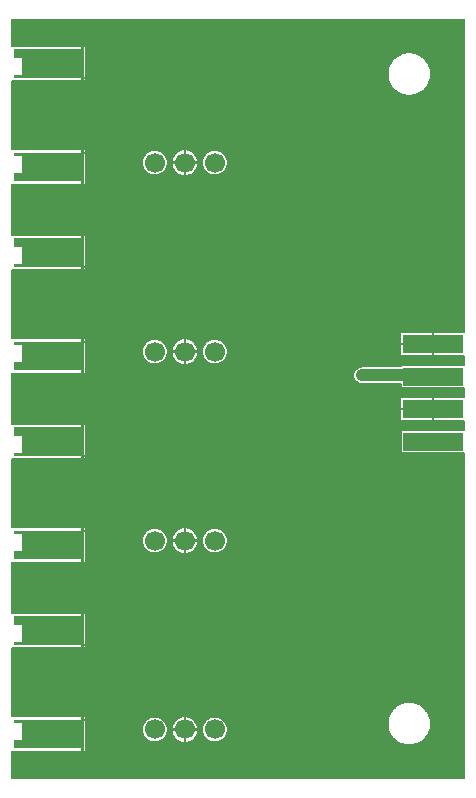
<source format=gbl>
%FSLAX46Y46*%
%MOMM*%
%ADD10C,1.000000*%
%AMPS14*
21,1,1.500000,5.000000,0.000000,0.000000,270.000000*
%
%ADD14PS14*%
%AMPS13*
1,1,1.700000,0.000000,0.000000*
%
%ADD13PS13*%
%AMPS15*
1,1,0.700000,0.000000,0.000000*
%
%ADD15PS15*%
%AMPS11*
4,1,8,
-5.842000,0.000000,
-5.842000,0.254000,
-5.130800,0.254000,
-5.130800,1.714500,
-5.842000,1.714500,
-5.842000,2.413000,
0.000000,2.413000,
0.000000,0.000000,
-5.842000,0.000000,
0*
%
%ADD11PS11*%
%AMPS12*
4,1,8,
-5.842000,0.000000,
-5.842000,-0.254000,
-5.130800,-0.254000,
-5.130800,-1.714500,
-5.842000,-1.714500,
-5.842000,-2.413000,
0.000000,-2.413000,
0.000000,0.000000,
-5.842000,0.000000,
0*
%
%ADD12PS12*%
G01*
%LPD*%
G36*
X38590000Y-64690000D02*
X38629004Y-64682080D01*
X38661829Y-64659575D01*
X38683277Y-64626048D01*
X38690000Y-64590000D01*
X38690000Y-37111471D01*
X38682080Y-37072467D01*
X38659575Y-37039642D01*
X38626048Y-37018194D01*
X38586812Y-37011522D01*
X38553281Y-37018456D01*
X38538249Y-37024390D01*
X38493723Y-37030000D01*
X33507952Y-37030000D01*
X33450315Y-37020772D01*
X33417021Y-37004982D01*
X33387373Y-36980336D01*
X33364765Y-36949109D01*
X33350610Y-36913252D01*
X33345000Y-36868723D01*
X33345000Y-35382952D01*
X33354228Y-35325315D01*
X33370018Y-35292021D01*
X33394664Y-35262373D01*
X33425891Y-35239765D01*
X33461748Y-35225610D01*
X33506277Y-35220000D01*
X38492048Y-35220000D01*
X38556274Y-35230283D01*
X38585782Y-35237583D01*
X38625084Y-35231315D01*
X38658830Y-35210215D01*
X38681673Y-35177623D01*
X38690000Y-35137672D01*
X38690000Y-34425000D01*
X38682080Y-34385996D01*
X38659575Y-34353171D01*
X38626048Y-34331723D01*
X38590000Y-34325000D01*
X36105000Y-34325000D01*
X36105000Y-32425000D01*
X38590000Y-32425000D01*
X38629004Y-32417080D01*
X38661829Y-32394575D01*
X38683277Y-32361048D01*
X38690000Y-32325000D01*
X38690000Y-31611471D01*
X38682080Y-31572467D01*
X38659575Y-31539642D01*
X38626048Y-31518194D01*
X38586812Y-31511522D01*
X38553281Y-31518456D01*
X38538249Y-31524390D01*
X38493723Y-31530000D01*
X33507952Y-31530000D01*
X33450315Y-31520772D01*
X33417021Y-31504982D01*
X33387373Y-31480336D01*
X33364765Y-31449109D01*
X33350610Y-31413252D01*
X33345000Y-31368723D01*
X33345000Y-31255000D01*
X33337080Y-31215996D01*
X33314575Y-31183171D01*
X33281048Y-31161723D01*
X33245000Y-31155000D01*
X30002464Y-31155000D01*
X29982345Y-31154012D01*
X29892158Y-31145128D01*
X29852755Y-31137291D01*
X29768367Y-31111692D01*
X29731253Y-31096318D01*
X29653484Y-31054750D01*
X29620083Y-31032433D01*
X29551918Y-30976491D01*
X29523508Y-30948081D01*
X29467566Y-30879916D01*
X29445249Y-30846515D01*
X29403681Y-30768746D01*
X29388307Y-30731632D01*
X29362708Y-30647242D01*
X29354873Y-30607850D01*
X29346228Y-30520076D01*
X29346228Y-30479924D01*
X29354873Y-30392149D01*
X29362708Y-30352757D01*
X29388307Y-30268367D01*
X29403681Y-30231253D01*
X29445249Y-30153484D01*
X29467566Y-30120083D01*
X29523508Y-30051918D01*
X29551918Y-30023508D01*
X29620083Y-29967566D01*
X29653484Y-29945249D01*
X29731253Y-29903681D01*
X29768367Y-29888307D01*
X29852757Y-29862708D01*
X29892149Y-29854873D01*
X29982366Y-29845988D01*
X30002465Y-29845000D01*
X33281643Y-29845000D01*
X33320647Y-29837080D01*
X33353472Y-29814575D01*
X33364524Y-29798631D01*
X33394664Y-29762373D01*
X33425891Y-29739765D01*
X33461748Y-29725610D01*
X33506277Y-29720000D01*
X38492048Y-29720000D01*
X38556274Y-29730283D01*
X38585782Y-29737583D01*
X38625084Y-29731315D01*
X38658830Y-29710215D01*
X38681673Y-29677623D01*
X38690000Y-29637672D01*
X38690000Y-28925000D01*
X38682080Y-28885996D01*
X38659575Y-28853171D01*
X38626048Y-28831723D01*
X38590000Y-28825000D01*
X36105000Y-28825000D01*
X36105000Y-26925000D01*
X38590000Y-26925000D01*
X38629004Y-26917080D01*
X38661829Y-26894575D01*
X38683277Y-26861048D01*
X38690000Y-26825000D01*
X38690000Y-410000D01*
X38682080Y-370996D01*
X38659575Y-338171D01*
X38626048Y-316723D01*
X38590000Y-310000D01*
X410000Y-310000D01*
X370996Y-317920D01*
X338171Y-340425D01*
X316723Y-373952D01*
X310000Y-410000D01*
X310000Y-2612000D01*
X317920Y-2651004D01*
X340425Y-2683829D01*
X373952Y-2705277D01*
X410000Y-2712000D01*
X6237000Y-2712000D01*
X6237000Y-5525000D01*
X410000Y-5525000D01*
X370996Y-5532920D01*
X338171Y-5555425D01*
X316723Y-5588952D01*
X310000Y-5625000D01*
X310000Y-11375000D01*
X317920Y-11414004D01*
X340425Y-11446829D01*
X373952Y-11468277D01*
X410000Y-11475000D01*
X6237000Y-11475000D01*
X6237000Y-14288000D01*
X410000Y-14288000D01*
X370996Y-14295920D01*
X338171Y-14318425D01*
X316723Y-14351952D01*
X310000Y-14388000D01*
X310000Y-18612000D01*
X317920Y-18651004D01*
X340425Y-18683829D01*
X373952Y-18705277D01*
X410000Y-18712000D01*
X6237000Y-18712000D01*
X6237000Y-21525000D01*
X410000Y-21525000D01*
X370996Y-21532920D01*
X338171Y-21555425D01*
X316723Y-21588952D01*
X310000Y-21625000D01*
X310000Y-27375000D01*
X317920Y-27414004D01*
X340425Y-27446829D01*
X373952Y-27468277D01*
X410000Y-27475000D01*
X6237000Y-27475000D01*
X6237000Y-30288000D01*
X410000Y-30288000D01*
X370996Y-30295920D01*
X338171Y-30318425D01*
X316723Y-30351952D01*
X310000Y-30388000D01*
X310000Y-34612000D01*
X317920Y-34651004D01*
X340425Y-34683829D01*
X373952Y-34705277D01*
X410000Y-34712000D01*
X6237000Y-34712000D01*
X6237000Y-37525000D01*
X410000Y-37525000D01*
X370996Y-37532920D01*
X338171Y-37555425D01*
X316723Y-37588952D01*
X310000Y-37625000D01*
X310000Y-43375000D01*
X317920Y-43414004D01*
X340425Y-43446829D01*
X373952Y-43468277D01*
X410000Y-43475000D01*
X6237000Y-43475000D01*
X6237000Y-46288000D01*
X410000Y-46288000D01*
X370996Y-46295920D01*
X338171Y-46318425D01*
X316723Y-46351952D01*
X310000Y-46388000D01*
X310000Y-50612000D01*
X317920Y-50651004D01*
X340425Y-50683829D01*
X373952Y-50705277D01*
X410000Y-50712000D01*
X6237000Y-50712000D01*
X6237000Y-53525000D01*
X410000Y-53525000D01*
X370996Y-53532920D01*
X338171Y-53555425D01*
X316723Y-53588952D01*
X310000Y-53625000D01*
X310000Y-59375000D01*
X317920Y-59414004D01*
X340425Y-59446829D01*
X373952Y-59468277D01*
X410000Y-59475000D01*
X6237000Y-59475000D01*
X6237000Y-62288000D01*
X410000Y-62288000D01*
X370996Y-62295920D01*
X338171Y-62318425D01*
X316723Y-62351952D01*
X310000Y-62388000D01*
X310000Y-64590000D01*
X317920Y-64629004D01*
X340425Y-64661829D01*
X373952Y-64683277D01*
X410000Y-64690000D01*
X38590000Y-64690000D01*
D02*
G37*
%LPC*%
G36*
X6542000Y-5220000D02*
X6447000Y-5220000D01*
X6447000Y-2712000D01*
X6542000Y-2712000D01*
X6542000Y-5220000D01*
D02*
G37*
%LPC*%
G36*
X34014955Y-6754572D02*
X33985045Y-6754572D01*
X33842896Y-6747589D01*
X33813148Y-6744658D01*
X33672375Y-6723776D01*
X33643013Y-6717936D01*
X33504994Y-6683364D01*
X33476350Y-6674675D01*
X33342384Y-6626742D01*
X33314735Y-6615289D01*
X33186093Y-6554446D01*
X33159703Y-6540340D01*
X33037656Y-6467188D01*
X33012773Y-6450562D01*
X32898471Y-6365789D01*
X32875350Y-6346814D01*
X32769919Y-6251258D01*
X32748742Y-6230081D01*
X32653186Y-6124650D01*
X32634211Y-6101529D01*
X32549438Y-5987227D01*
X32532812Y-5962344D01*
X32459660Y-5840297D01*
X32445554Y-5813907D01*
X32384711Y-5685265D01*
X32373258Y-5657616D01*
X32325325Y-5523650D01*
X32316636Y-5495006D01*
X32282064Y-5356987D01*
X32276224Y-5327625D01*
X32255342Y-5186852D01*
X32252411Y-5157104D01*
X32245428Y-5014955D01*
X32245428Y-4985045D01*
X32252411Y-4842896D01*
X32255342Y-4813148D01*
X32276224Y-4672375D01*
X32282064Y-4643013D01*
X32316636Y-4504994D01*
X32325325Y-4476350D01*
X32373258Y-4342384D01*
X32384711Y-4314735D01*
X32445554Y-4186093D01*
X32459660Y-4159703D01*
X32532812Y-4037656D01*
X32549438Y-4012773D01*
X32634211Y-3898471D01*
X32653186Y-3875350D01*
X32748742Y-3769919D01*
X32769919Y-3748742D01*
X32875350Y-3653186D01*
X32898471Y-3634211D01*
X33012773Y-3549438D01*
X33037656Y-3532812D01*
X33159703Y-3459660D01*
X33186093Y-3445554D01*
X33314735Y-3384711D01*
X33342384Y-3373258D01*
X33476350Y-3325325D01*
X33504994Y-3316636D01*
X33643013Y-3282064D01*
X33672375Y-3276224D01*
X33813148Y-3255342D01*
X33842896Y-3252411D01*
X33985045Y-3245428D01*
X34014955Y-3245428D01*
X34157104Y-3252411D01*
X34186852Y-3255342D01*
X34327625Y-3276224D01*
X34356987Y-3282064D01*
X34495006Y-3316636D01*
X34523650Y-3325325D01*
X34657616Y-3373258D01*
X34685265Y-3384711D01*
X34813907Y-3445554D01*
X34840297Y-3459660D01*
X34962344Y-3532812D01*
X34987227Y-3549438D01*
X35101529Y-3634211D01*
X35124650Y-3653186D01*
X35230081Y-3748742D01*
X35251258Y-3769919D01*
X35346814Y-3875350D01*
X35365789Y-3898471D01*
X35450562Y-4012773D01*
X35467188Y-4037656D01*
X35540340Y-4159703D01*
X35554446Y-4186093D01*
X35615289Y-4314735D01*
X35626742Y-4342384D01*
X35674675Y-4476350D01*
X35683364Y-4504994D01*
X35717936Y-4643013D01*
X35723776Y-4672375D01*
X35744658Y-4813148D01*
X35747589Y-4842896D01*
X35754572Y-4985045D01*
X35754572Y-5014955D01*
X35747589Y-5157104D01*
X35744658Y-5186852D01*
X35723776Y-5327625D01*
X35717936Y-5356987D01*
X35683364Y-5495006D01*
X35674675Y-5523650D01*
X35626742Y-5657616D01*
X35615289Y-5685265D01*
X35554446Y-5813907D01*
X35540340Y-5840297D01*
X35467188Y-5962344D01*
X35450562Y-5987227D01*
X35365789Y-6101529D01*
X35346814Y-6124650D01*
X35251258Y-6230081D01*
X35230081Y-6251258D01*
X35124650Y-6346814D01*
X35101529Y-6365789D01*
X34987227Y-6450562D01*
X34962344Y-6467188D01*
X34840297Y-6540340D01*
X34813907Y-6554446D01*
X34685265Y-6615289D01*
X34657616Y-6626742D01*
X34523650Y-6674675D01*
X34495006Y-6683364D01*
X34356987Y-6717936D01*
X34327625Y-6723776D01*
X34186852Y-6744658D01*
X34157104Y-6747589D01*
X34014955Y-6754572D01*
D02*
G37*
%LPC*%
G36*
X6542000Y-5525000D02*
X6447000Y-5525000D01*
X6447000Y-5430000D01*
X6542000Y-5430000D01*
X6542000Y-5525000D01*
D02*
G37*
%LPC*%
G36*
X14895000Y-12395000D02*
X13955122Y-12395000D01*
X13969941Y-12295103D01*
X13994983Y-12195129D01*
X14029705Y-12098089D01*
X14073764Y-12004930D01*
X14126763Y-11916509D01*
X14188150Y-11833738D01*
X14257368Y-11757368D01*
X14333738Y-11688150D01*
X14416509Y-11626763D01*
X14504930Y-11573764D01*
X14598089Y-11529705D01*
X14695129Y-11494983D01*
X14795103Y-11469941D01*
X14895000Y-11455122D01*
X14895000Y-12395000D01*
D02*
G37*
%LPC*%
G36*
X16044878Y-12395000D02*
X15105000Y-12395000D01*
X15105000Y-11455122D01*
X15204897Y-11469941D01*
X15304871Y-11494983D01*
X15401911Y-11529705D01*
X15495070Y-11573764D01*
X15583491Y-11626763D01*
X15666262Y-11688150D01*
X15742632Y-11757368D01*
X15811850Y-11833738D01*
X15873237Y-11916509D01*
X15926236Y-12004930D01*
X15970295Y-12098089D01*
X16005017Y-12195129D01*
X16030059Y-12295103D01*
X16044878Y-12395000D01*
D02*
G37*
%LPC*%
G36*
X6542000Y-11570000D02*
X6447000Y-11570000D01*
X6447000Y-11475000D01*
X6542000Y-11475000D01*
X6542000Y-11570000D01*
D02*
G37*
%LPC*%
G36*
X17550048Y-13504693D02*
X17529952Y-13504693D01*
X17451514Y-13500840D01*
X17431532Y-13498871D01*
X17353842Y-13487347D01*
X17334135Y-13483427D01*
X17257990Y-13464353D01*
X17238714Y-13458506D01*
X17164818Y-13432065D01*
X17146231Y-13424366D01*
X17075274Y-13390807D01*
X17057521Y-13381318D01*
X16990187Y-13340959D01*
X16973455Y-13329779D01*
X16910396Y-13283010D01*
X16894858Y-13270259D01*
X16836694Y-13217542D01*
X16822458Y-13203306D01*
X16769741Y-13145142D01*
X16756990Y-13129604D01*
X16710221Y-13066545D01*
X16699041Y-13049813D01*
X16658682Y-12982479D01*
X16649193Y-12964726D01*
X16615634Y-12893769D01*
X16607935Y-12875182D01*
X16581494Y-12801286D01*
X16575647Y-12782010D01*
X16556573Y-12705865D01*
X16552653Y-12686158D01*
X16541129Y-12608468D01*
X16539160Y-12588486D01*
X16535307Y-12510048D01*
X16535307Y-12489952D01*
X16539160Y-12411514D01*
X16541129Y-12391532D01*
X16552653Y-12313842D01*
X16556573Y-12294135D01*
X16575647Y-12217990D01*
X16581494Y-12198714D01*
X16607935Y-12124818D01*
X16615634Y-12106231D01*
X16649193Y-12035274D01*
X16658682Y-12017521D01*
X16699041Y-11950187D01*
X16710221Y-11933455D01*
X16756990Y-11870396D01*
X16769741Y-11854858D01*
X16822458Y-11796694D01*
X16836694Y-11782458D01*
X16894858Y-11729741D01*
X16910396Y-11716990D01*
X16973455Y-11670221D01*
X16990187Y-11659041D01*
X17057521Y-11618682D01*
X17075274Y-11609193D01*
X17146231Y-11575634D01*
X17164818Y-11567935D01*
X17238714Y-11541494D01*
X17257990Y-11535647D01*
X17334135Y-11516573D01*
X17353842Y-11512653D01*
X17431532Y-11501129D01*
X17451514Y-11499160D01*
X17529952Y-11495307D01*
X17550048Y-11495307D01*
X17628486Y-11499160D01*
X17648468Y-11501129D01*
X17726158Y-11512653D01*
X17745865Y-11516573D01*
X17822010Y-11535647D01*
X17841286Y-11541494D01*
X17915182Y-11567935D01*
X17933769Y-11575634D01*
X18004726Y-11609193D01*
X18022479Y-11618682D01*
X18089813Y-11659041D01*
X18106545Y-11670221D01*
X18169604Y-11716990D01*
X18185142Y-11729741D01*
X18243306Y-11782458D01*
X18257542Y-11796694D01*
X18310259Y-11854858D01*
X18323010Y-11870396D01*
X18369779Y-11933455D01*
X18380959Y-11950187D01*
X18421318Y-12017521D01*
X18430807Y-12035274D01*
X18464366Y-12106231D01*
X18472065Y-12124818D01*
X18498506Y-12198714D01*
X18504353Y-12217990D01*
X18523427Y-12294135D01*
X18527347Y-12313842D01*
X18538871Y-12391532D01*
X18540840Y-12411514D01*
X18544693Y-12489952D01*
X18544693Y-12510048D01*
X18540840Y-12588486D01*
X18538871Y-12608468D01*
X18527347Y-12686158D01*
X18523427Y-12705865D01*
X18504353Y-12782010D01*
X18498506Y-12801286D01*
X18472065Y-12875182D01*
X18464366Y-12893769D01*
X18430807Y-12964726D01*
X18421318Y-12982479D01*
X18380959Y-13049813D01*
X18369779Y-13066545D01*
X18323010Y-13129604D01*
X18310259Y-13145142D01*
X18257542Y-13203306D01*
X18243306Y-13217542D01*
X18185142Y-13270259D01*
X18169604Y-13283010D01*
X18106545Y-13329779D01*
X18089813Y-13340959D01*
X18022479Y-13381318D01*
X18004726Y-13390807D01*
X17933769Y-13424366D01*
X17915182Y-13432065D01*
X17841286Y-13458506D01*
X17822010Y-13464353D01*
X17745865Y-13483427D01*
X17726158Y-13487347D01*
X17648468Y-13498871D01*
X17628486Y-13500840D01*
X17550048Y-13504693D01*
D02*
G37*
%LPC*%
G36*
X12470048Y-13504693D02*
X12449952Y-13504693D01*
X12371514Y-13500840D01*
X12351532Y-13498871D01*
X12273842Y-13487347D01*
X12254135Y-13483427D01*
X12177990Y-13464353D01*
X12158714Y-13458506D01*
X12084818Y-13432065D01*
X12066231Y-13424366D01*
X11995274Y-13390807D01*
X11977521Y-13381318D01*
X11910187Y-13340959D01*
X11893455Y-13329779D01*
X11830396Y-13283010D01*
X11814858Y-13270259D01*
X11756694Y-13217542D01*
X11742458Y-13203306D01*
X11689741Y-13145142D01*
X11676990Y-13129604D01*
X11630221Y-13066545D01*
X11619041Y-13049813D01*
X11578682Y-12982479D01*
X11569193Y-12964726D01*
X11535634Y-12893769D01*
X11527935Y-12875182D01*
X11501494Y-12801286D01*
X11495647Y-12782010D01*
X11476573Y-12705865D01*
X11472653Y-12686158D01*
X11461129Y-12608468D01*
X11459160Y-12588486D01*
X11455307Y-12510048D01*
X11455307Y-12489952D01*
X11459160Y-12411514D01*
X11461129Y-12391532D01*
X11472653Y-12313842D01*
X11476573Y-12294135D01*
X11495647Y-12217990D01*
X11501494Y-12198714D01*
X11527935Y-12124818D01*
X11535634Y-12106231D01*
X11569193Y-12035274D01*
X11578682Y-12017521D01*
X11619041Y-11950187D01*
X11630221Y-11933455D01*
X11676990Y-11870396D01*
X11689741Y-11854858D01*
X11742458Y-11796694D01*
X11756694Y-11782458D01*
X11814858Y-11729741D01*
X11830396Y-11716990D01*
X11893455Y-11670221D01*
X11910187Y-11659041D01*
X11977521Y-11618682D01*
X11995274Y-11609193D01*
X12066231Y-11575634D01*
X12084818Y-11567935D01*
X12158714Y-11541494D01*
X12177990Y-11535647D01*
X12254135Y-11516573D01*
X12273842Y-11512653D01*
X12351532Y-11501129D01*
X12371514Y-11499160D01*
X12449952Y-11495307D01*
X12470048Y-11495307D01*
X12548486Y-11499160D01*
X12568468Y-11501129D01*
X12646158Y-11512653D01*
X12665865Y-11516573D01*
X12742010Y-11535647D01*
X12761286Y-11541494D01*
X12835182Y-11567935D01*
X12853769Y-11575634D01*
X12924726Y-11609193D01*
X12942479Y-11618682D01*
X13009813Y-11659041D01*
X13026545Y-11670221D01*
X13089604Y-11716990D01*
X13105142Y-11729741D01*
X13163306Y-11782458D01*
X13177542Y-11796694D01*
X13230259Y-11854858D01*
X13243010Y-11870396D01*
X13289779Y-11933455D01*
X13300959Y-11950187D01*
X13341318Y-12017521D01*
X13350807Y-12035274D01*
X13384366Y-12106231D01*
X13392065Y-12124818D01*
X13418506Y-12198714D01*
X13424353Y-12217990D01*
X13443427Y-12294135D01*
X13447347Y-12313842D01*
X13458871Y-12391532D01*
X13460840Y-12411514D01*
X13464693Y-12489952D01*
X13464693Y-12510048D01*
X13460840Y-12588486D01*
X13458871Y-12608468D01*
X13447347Y-12686158D01*
X13443427Y-12705865D01*
X13424353Y-12782010D01*
X13418506Y-12801286D01*
X13392065Y-12875182D01*
X13384366Y-12893769D01*
X13350807Y-12964726D01*
X13341318Y-12982479D01*
X13300959Y-13049813D01*
X13289779Y-13066545D01*
X13243010Y-13129604D01*
X13230259Y-13145142D01*
X13177542Y-13203306D01*
X13163306Y-13217542D01*
X13105142Y-13270259D01*
X13089604Y-13283010D01*
X13026545Y-13329779D01*
X13009813Y-13340959D01*
X12942479Y-13381318D01*
X12924726Y-13390807D01*
X12853769Y-13424366D01*
X12835182Y-13432065D01*
X12761286Y-13458506D01*
X12742010Y-13464353D01*
X12665865Y-13483427D01*
X12646158Y-13487347D01*
X12568468Y-13498871D01*
X12548486Y-13500840D01*
X12470048Y-13504693D01*
D02*
G37*
%LPC*%
G36*
X6542000Y-14288000D02*
X6447000Y-14288000D01*
X6447000Y-11780000D01*
X6542000Y-11780000D01*
X6542000Y-14288000D01*
D02*
G37*
%LPC*%
G36*
X15105000Y-13544878D02*
X15105000Y-12605000D01*
X16044878Y-12605000D01*
X16030059Y-12704897D01*
X16005017Y-12804871D01*
X15970295Y-12901911D01*
X15926236Y-12995070D01*
X15873237Y-13083491D01*
X15811850Y-13166262D01*
X15742632Y-13242632D01*
X15666262Y-13311850D01*
X15583491Y-13373237D01*
X15495070Y-13426236D01*
X15401911Y-13470295D01*
X15304871Y-13505017D01*
X15204897Y-13530059D01*
X15105000Y-13544878D01*
D02*
G37*
%LPC*%
G36*
X14895000Y-13544878D02*
X14795103Y-13530059D01*
X14695129Y-13505017D01*
X14598089Y-13470295D01*
X14504930Y-13426236D01*
X14416509Y-13373237D01*
X14333738Y-13311850D01*
X14257368Y-13242632D01*
X14188150Y-13166262D01*
X14126763Y-13083491D01*
X14073764Y-12995070D01*
X14029705Y-12901911D01*
X13994983Y-12804871D01*
X13969941Y-12704897D01*
X13955122Y-12605000D01*
X14895000Y-12605000D01*
X14895000Y-13544878D01*
D02*
G37*
%LPC*%
G36*
X6542000Y-21220000D02*
X6447000Y-21220000D01*
X6447000Y-18712000D01*
X6542000Y-18712000D01*
X6542000Y-21220000D01*
D02*
G37*
%LPC*%
G36*
X6542000Y-21525000D02*
X6447000Y-21525000D01*
X6447000Y-21430000D01*
X6542000Y-21430000D01*
X6542000Y-21525000D01*
D02*
G37*
%LPC*%
G36*
X35895000Y-27770000D02*
X33300000Y-27770000D01*
X33300000Y-26925000D01*
X35895000Y-26925000D01*
X35895000Y-27770000D01*
D02*
G37*
%LPC*%
G36*
X14895000Y-28395000D02*
X13955122Y-28395000D01*
X13969941Y-28295103D01*
X13994983Y-28195129D01*
X14029705Y-28098089D01*
X14073764Y-28004930D01*
X14126763Y-27916509D01*
X14188150Y-27833738D01*
X14257368Y-27757368D01*
X14333738Y-27688150D01*
X14416509Y-27626763D01*
X14504930Y-27573764D01*
X14598089Y-27529705D01*
X14695129Y-27494983D01*
X14795103Y-27469941D01*
X14895000Y-27455122D01*
X14895000Y-28395000D01*
D02*
G37*
%LPC*%
G36*
X16044878Y-28395000D02*
X15105000Y-28395000D01*
X15105000Y-27455122D01*
X15204897Y-27469941D01*
X15304871Y-27494983D01*
X15401911Y-27529705D01*
X15495070Y-27573764D01*
X15583491Y-27626763D01*
X15666262Y-27688150D01*
X15742632Y-27757368D01*
X15811850Y-27833738D01*
X15873237Y-27916509D01*
X15926236Y-28004930D01*
X15970295Y-28098089D01*
X16005017Y-28195129D01*
X16030059Y-28295103D01*
X16044878Y-28395000D01*
D02*
G37*
%LPC*%
G36*
X6542000Y-27570000D02*
X6447000Y-27570000D01*
X6447000Y-27475000D01*
X6542000Y-27475000D01*
X6542000Y-27570000D01*
D02*
G37*
%LPC*%
G36*
X17550048Y-29504693D02*
X17529952Y-29504693D01*
X17451514Y-29500840D01*
X17431532Y-29498871D01*
X17353842Y-29487347D01*
X17334135Y-29483427D01*
X17257990Y-29464353D01*
X17238714Y-29458506D01*
X17164818Y-29432065D01*
X17146231Y-29424366D01*
X17075274Y-29390807D01*
X17057521Y-29381318D01*
X16990187Y-29340959D01*
X16973455Y-29329779D01*
X16910396Y-29283010D01*
X16894858Y-29270259D01*
X16836694Y-29217542D01*
X16822458Y-29203306D01*
X16769741Y-29145142D01*
X16756990Y-29129604D01*
X16710221Y-29066545D01*
X16699041Y-29049813D01*
X16658682Y-28982479D01*
X16649193Y-28964726D01*
X16615634Y-28893769D01*
X16607935Y-28875182D01*
X16581494Y-28801286D01*
X16575647Y-28782010D01*
X16556573Y-28705865D01*
X16552653Y-28686158D01*
X16541129Y-28608468D01*
X16539160Y-28588486D01*
X16535307Y-28510048D01*
X16535307Y-28489952D01*
X16539160Y-28411514D01*
X16541129Y-28391532D01*
X16552653Y-28313842D01*
X16556573Y-28294135D01*
X16575647Y-28217990D01*
X16581494Y-28198714D01*
X16607935Y-28124818D01*
X16615634Y-28106231D01*
X16649193Y-28035274D01*
X16658682Y-28017521D01*
X16699041Y-27950187D01*
X16710221Y-27933455D01*
X16756990Y-27870396D01*
X16769741Y-27854858D01*
X16822458Y-27796694D01*
X16836694Y-27782458D01*
X16894858Y-27729741D01*
X16910396Y-27716990D01*
X16973455Y-27670221D01*
X16990187Y-27659041D01*
X17057521Y-27618682D01*
X17075274Y-27609193D01*
X17146231Y-27575634D01*
X17164818Y-27567935D01*
X17238714Y-27541494D01*
X17257990Y-27535647D01*
X17334135Y-27516573D01*
X17353842Y-27512653D01*
X17431532Y-27501129D01*
X17451514Y-27499160D01*
X17529952Y-27495307D01*
X17550048Y-27495307D01*
X17628486Y-27499160D01*
X17648468Y-27501129D01*
X17726158Y-27512653D01*
X17745865Y-27516573D01*
X17822010Y-27535647D01*
X17841286Y-27541494D01*
X17915182Y-27567935D01*
X17933769Y-27575634D01*
X18004726Y-27609193D01*
X18022479Y-27618682D01*
X18089813Y-27659041D01*
X18106545Y-27670221D01*
X18169604Y-27716990D01*
X18185142Y-27729741D01*
X18243306Y-27782458D01*
X18257542Y-27796694D01*
X18310259Y-27854858D01*
X18323010Y-27870396D01*
X18369779Y-27933455D01*
X18380959Y-27950187D01*
X18421318Y-28017521D01*
X18430807Y-28035274D01*
X18464366Y-28106231D01*
X18472065Y-28124818D01*
X18498506Y-28198714D01*
X18504353Y-28217990D01*
X18523427Y-28294135D01*
X18527347Y-28313842D01*
X18538871Y-28391532D01*
X18540840Y-28411514D01*
X18544693Y-28489952D01*
X18544693Y-28510048D01*
X18540840Y-28588486D01*
X18538871Y-28608468D01*
X18527347Y-28686158D01*
X18523427Y-28705865D01*
X18504353Y-28782010D01*
X18498506Y-28801286D01*
X18472065Y-28875182D01*
X18464366Y-28893769D01*
X18430807Y-28964726D01*
X18421318Y-28982479D01*
X18380959Y-29049813D01*
X18369779Y-29066545D01*
X18323010Y-29129604D01*
X18310259Y-29145142D01*
X18257542Y-29203306D01*
X18243306Y-29217542D01*
X18185142Y-29270259D01*
X18169604Y-29283010D01*
X18106545Y-29329779D01*
X18089813Y-29340959D01*
X18022479Y-29381318D01*
X18004726Y-29390807D01*
X17933769Y-29424366D01*
X17915182Y-29432065D01*
X17841286Y-29458506D01*
X17822010Y-29464353D01*
X17745865Y-29483427D01*
X17726158Y-29487347D01*
X17648468Y-29498871D01*
X17628486Y-29500840D01*
X17550048Y-29504693D01*
D02*
G37*
%LPC*%
G36*
X12470048Y-29504693D02*
X12449952Y-29504693D01*
X12371514Y-29500840D01*
X12351532Y-29498871D01*
X12273842Y-29487347D01*
X12254135Y-29483427D01*
X12177990Y-29464353D01*
X12158714Y-29458506D01*
X12084818Y-29432065D01*
X12066231Y-29424366D01*
X11995274Y-29390807D01*
X11977521Y-29381318D01*
X11910187Y-29340959D01*
X11893455Y-29329779D01*
X11830396Y-29283010D01*
X11814858Y-29270259D01*
X11756694Y-29217542D01*
X11742458Y-29203306D01*
X11689741Y-29145142D01*
X11676990Y-29129604D01*
X11630221Y-29066545D01*
X11619041Y-29049813D01*
X11578682Y-28982479D01*
X11569193Y-28964726D01*
X11535634Y-28893769D01*
X11527935Y-28875182D01*
X11501494Y-28801286D01*
X11495647Y-28782010D01*
X11476573Y-28705865D01*
X11472653Y-28686158D01*
X11461129Y-28608468D01*
X11459160Y-28588486D01*
X11455307Y-28510048D01*
X11455307Y-28489952D01*
X11459160Y-28411514D01*
X11461129Y-28391532D01*
X11472653Y-28313842D01*
X11476573Y-28294135D01*
X11495647Y-28217990D01*
X11501494Y-28198714D01*
X11527935Y-28124818D01*
X11535634Y-28106231D01*
X11569193Y-28035274D01*
X11578682Y-28017521D01*
X11619041Y-27950187D01*
X11630221Y-27933455D01*
X11676990Y-27870396D01*
X11689741Y-27854858D01*
X11742458Y-27796694D01*
X11756694Y-27782458D01*
X11814858Y-27729741D01*
X11830396Y-27716990D01*
X11893455Y-27670221D01*
X11910187Y-27659041D01*
X11977521Y-27618682D01*
X11995274Y-27609193D01*
X12066231Y-27575634D01*
X12084818Y-27567935D01*
X12158714Y-27541494D01*
X12177990Y-27535647D01*
X12254135Y-27516573D01*
X12273842Y-27512653D01*
X12351532Y-27501129D01*
X12371514Y-27499160D01*
X12449952Y-27495307D01*
X12470048Y-27495307D01*
X12548486Y-27499160D01*
X12568468Y-27501129D01*
X12646158Y-27512653D01*
X12665865Y-27516573D01*
X12742010Y-27535647D01*
X12761286Y-27541494D01*
X12835182Y-27567935D01*
X12853769Y-27575634D01*
X12924726Y-27609193D01*
X12942479Y-27618682D01*
X13009813Y-27659041D01*
X13026545Y-27670221D01*
X13089604Y-27716990D01*
X13105142Y-27729741D01*
X13163306Y-27782458D01*
X13177542Y-27796694D01*
X13230259Y-27854858D01*
X13243010Y-27870396D01*
X13289779Y-27933455D01*
X13300959Y-27950187D01*
X13341318Y-28017521D01*
X13350807Y-28035274D01*
X13384366Y-28106231D01*
X13392065Y-28124818D01*
X13418506Y-28198714D01*
X13424353Y-28217990D01*
X13443427Y-28294135D01*
X13447347Y-28313842D01*
X13458871Y-28391532D01*
X13460840Y-28411514D01*
X13464693Y-28489952D01*
X13464693Y-28510048D01*
X13460840Y-28588486D01*
X13458871Y-28608468D01*
X13447347Y-28686158D01*
X13443427Y-28705865D01*
X13424353Y-28782010D01*
X13418506Y-28801286D01*
X13392065Y-28875182D01*
X13384366Y-28893769D01*
X13350807Y-28964726D01*
X13341318Y-28982479D01*
X13300959Y-29049813D01*
X13289779Y-29066545D01*
X13243010Y-29129604D01*
X13230259Y-29145142D01*
X13177542Y-29203306D01*
X13163306Y-29217542D01*
X13105142Y-29270259D01*
X13089604Y-29283010D01*
X13026545Y-29329779D01*
X13009813Y-29340959D01*
X12942479Y-29381318D01*
X12924726Y-29390807D01*
X12853769Y-29424366D01*
X12835182Y-29432065D01*
X12761286Y-29458506D01*
X12742010Y-29464353D01*
X12665865Y-29483427D01*
X12646158Y-29487347D01*
X12568468Y-29498871D01*
X12548486Y-29500840D01*
X12470048Y-29504693D01*
D02*
G37*
%LPC*%
G36*
X6542000Y-30288000D02*
X6447000Y-30288000D01*
X6447000Y-27780000D01*
X6542000Y-27780000D01*
X6542000Y-30288000D01*
D02*
G37*
%LPC*%
G36*
X35895000Y-28825000D02*
X33300000Y-28825000D01*
X33300000Y-27980000D01*
X35895000Y-27980000D01*
X35895000Y-28825000D01*
D02*
G37*
%LPC*%
G36*
X15105000Y-29544878D02*
X15105000Y-28605000D01*
X16044878Y-28605000D01*
X16030059Y-28704897D01*
X16005017Y-28804871D01*
X15970295Y-28901911D01*
X15926236Y-28995070D01*
X15873237Y-29083491D01*
X15811850Y-29166262D01*
X15742632Y-29242632D01*
X15666262Y-29311850D01*
X15583491Y-29373237D01*
X15495070Y-29426236D01*
X15401911Y-29470295D01*
X15304871Y-29505017D01*
X15204897Y-29530059D01*
X15105000Y-29544878D01*
D02*
G37*
%LPC*%
G36*
X14895000Y-29544878D02*
X14795103Y-29530059D01*
X14695129Y-29505017D01*
X14598089Y-29470295D01*
X14504930Y-29426236D01*
X14416509Y-29373237D01*
X14333738Y-29311850D01*
X14257368Y-29242632D01*
X14188150Y-29166262D01*
X14126763Y-29083491D01*
X14073764Y-28995070D01*
X14029705Y-28901911D01*
X13994983Y-28804871D01*
X13969941Y-28704897D01*
X13955122Y-28605000D01*
X14895000Y-28605000D01*
X14895000Y-29544878D01*
D02*
G37*
%LPC*%
G36*
X35895000Y-33270000D02*
X33300000Y-33270000D01*
X33300000Y-32425000D01*
X35895000Y-32425000D01*
X35895000Y-33270000D01*
D02*
G37*
%LPC*%
G36*
X35895000Y-34325000D02*
X33300000Y-34325000D01*
X33300000Y-33480000D01*
X35895000Y-33480000D01*
X35895000Y-34325000D01*
D02*
G37*
%LPC*%
G36*
X6542000Y-37220000D02*
X6447000Y-37220000D01*
X6447000Y-34712000D01*
X6542000Y-34712000D01*
X6542000Y-37220000D01*
D02*
G37*
%LPC*%
G36*
X6542000Y-37525000D02*
X6447000Y-37525000D01*
X6447000Y-37430000D01*
X6542000Y-37430000D01*
X6542000Y-37525000D01*
D02*
G37*
%LPC*%
G36*
X14895000Y-44395000D02*
X13955122Y-44395000D01*
X13969941Y-44295103D01*
X13994983Y-44195129D01*
X14029705Y-44098089D01*
X14073764Y-44004930D01*
X14126763Y-43916509D01*
X14188150Y-43833738D01*
X14257368Y-43757368D01*
X14333738Y-43688150D01*
X14416509Y-43626763D01*
X14504930Y-43573764D01*
X14598089Y-43529705D01*
X14695129Y-43494983D01*
X14795103Y-43469941D01*
X14895000Y-43455122D01*
X14895000Y-44395000D01*
D02*
G37*
%LPC*%
G36*
X16044878Y-44395000D02*
X15105000Y-44395000D01*
X15105000Y-43455122D01*
X15204897Y-43469941D01*
X15304871Y-43494983D01*
X15401911Y-43529705D01*
X15495070Y-43573764D01*
X15583491Y-43626763D01*
X15666262Y-43688150D01*
X15742632Y-43757368D01*
X15811850Y-43833738D01*
X15873237Y-43916509D01*
X15926236Y-44004930D01*
X15970295Y-44098089D01*
X16005017Y-44195129D01*
X16030059Y-44295103D01*
X16044878Y-44395000D01*
D02*
G37*
%LPC*%
G36*
X6542000Y-43570000D02*
X6447000Y-43570000D01*
X6447000Y-43475000D01*
X6542000Y-43475000D01*
X6542000Y-43570000D01*
D02*
G37*
%LPC*%
G36*
X17550048Y-45504693D02*
X17529952Y-45504693D01*
X17451514Y-45500840D01*
X17431532Y-45498871D01*
X17353842Y-45487347D01*
X17334135Y-45483427D01*
X17257990Y-45464353D01*
X17238714Y-45458506D01*
X17164818Y-45432065D01*
X17146231Y-45424366D01*
X17075274Y-45390807D01*
X17057521Y-45381318D01*
X16990187Y-45340959D01*
X16973455Y-45329779D01*
X16910396Y-45283010D01*
X16894858Y-45270259D01*
X16836694Y-45217542D01*
X16822458Y-45203306D01*
X16769741Y-45145142D01*
X16756990Y-45129604D01*
X16710221Y-45066545D01*
X16699041Y-45049813D01*
X16658682Y-44982479D01*
X16649193Y-44964726D01*
X16615634Y-44893769D01*
X16607935Y-44875182D01*
X16581494Y-44801286D01*
X16575647Y-44782010D01*
X16556573Y-44705865D01*
X16552653Y-44686158D01*
X16541129Y-44608468D01*
X16539160Y-44588486D01*
X16535307Y-44510048D01*
X16535307Y-44489952D01*
X16539160Y-44411514D01*
X16541129Y-44391532D01*
X16552653Y-44313842D01*
X16556573Y-44294135D01*
X16575647Y-44217990D01*
X16581494Y-44198714D01*
X16607935Y-44124818D01*
X16615634Y-44106231D01*
X16649193Y-44035274D01*
X16658682Y-44017521D01*
X16699041Y-43950187D01*
X16710221Y-43933455D01*
X16756990Y-43870396D01*
X16769741Y-43854858D01*
X16822458Y-43796694D01*
X16836694Y-43782458D01*
X16894858Y-43729741D01*
X16910396Y-43716990D01*
X16973455Y-43670221D01*
X16990187Y-43659041D01*
X17057521Y-43618682D01*
X17075274Y-43609193D01*
X17146231Y-43575634D01*
X17164818Y-43567935D01*
X17238714Y-43541494D01*
X17257990Y-43535647D01*
X17334135Y-43516573D01*
X17353842Y-43512653D01*
X17431532Y-43501129D01*
X17451514Y-43499160D01*
X17529952Y-43495307D01*
X17550048Y-43495307D01*
X17628486Y-43499160D01*
X17648468Y-43501129D01*
X17726158Y-43512653D01*
X17745865Y-43516573D01*
X17822010Y-43535647D01*
X17841286Y-43541494D01*
X17915182Y-43567935D01*
X17933769Y-43575634D01*
X18004726Y-43609193D01*
X18022479Y-43618682D01*
X18089813Y-43659041D01*
X18106545Y-43670221D01*
X18169604Y-43716990D01*
X18185142Y-43729741D01*
X18243306Y-43782458D01*
X18257542Y-43796694D01*
X18310259Y-43854858D01*
X18323010Y-43870396D01*
X18369779Y-43933455D01*
X18380959Y-43950187D01*
X18421318Y-44017521D01*
X18430807Y-44035274D01*
X18464366Y-44106231D01*
X18472065Y-44124818D01*
X18498506Y-44198714D01*
X18504353Y-44217990D01*
X18523427Y-44294135D01*
X18527347Y-44313842D01*
X18538871Y-44391532D01*
X18540840Y-44411514D01*
X18544693Y-44489952D01*
X18544693Y-44510048D01*
X18540840Y-44588486D01*
X18538871Y-44608468D01*
X18527347Y-44686158D01*
X18523427Y-44705865D01*
X18504353Y-44782010D01*
X18498506Y-44801286D01*
X18472065Y-44875182D01*
X18464366Y-44893769D01*
X18430807Y-44964726D01*
X18421318Y-44982479D01*
X18380959Y-45049813D01*
X18369779Y-45066545D01*
X18323010Y-45129604D01*
X18310259Y-45145142D01*
X18257542Y-45203306D01*
X18243306Y-45217542D01*
X18185142Y-45270259D01*
X18169604Y-45283010D01*
X18106545Y-45329779D01*
X18089813Y-45340959D01*
X18022479Y-45381318D01*
X18004726Y-45390807D01*
X17933769Y-45424366D01*
X17915182Y-45432065D01*
X17841286Y-45458506D01*
X17822010Y-45464353D01*
X17745865Y-45483427D01*
X17726158Y-45487347D01*
X17648468Y-45498871D01*
X17628486Y-45500840D01*
X17550048Y-45504693D01*
D02*
G37*
%LPC*%
G36*
X12470048Y-45504693D02*
X12449952Y-45504693D01*
X12371514Y-45500840D01*
X12351532Y-45498871D01*
X12273842Y-45487347D01*
X12254135Y-45483427D01*
X12177990Y-45464353D01*
X12158714Y-45458506D01*
X12084818Y-45432065D01*
X12066231Y-45424366D01*
X11995274Y-45390807D01*
X11977521Y-45381318D01*
X11910187Y-45340959D01*
X11893455Y-45329779D01*
X11830396Y-45283010D01*
X11814858Y-45270259D01*
X11756694Y-45217542D01*
X11742458Y-45203306D01*
X11689741Y-45145142D01*
X11676990Y-45129604D01*
X11630221Y-45066545D01*
X11619041Y-45049813D01*
X11578682Y-44982479D01*
X11569193Y-44964726D01*
X11535634Y-44893769D01*
X11527935Y-44875182D01*
X11501494Y-44801286D01*
X11495647Y-44782010D01*
X11476573Y-44705865D01*
X11472653Y-44686158D01*
X11461129Y-44608468D01*
X11459160Y-44588486D01*
X11455307Y-44510048D01*
X11455307Y-44489952D01*
X11459160Y-44411514D01*
X11461129Y-44391532D01*
X11472653Y-44313842D01*
X11476573Y-44294135D01*
X11495647Y-44217990D01*
X11501494Y-44198714D01*
X11527935Y-44124818D01*
X11535634Y-44106231D01*
X11569193Y-44035274D01*
X11578682Y-44017521D01*
X11619041Y-43950187D01*
X11630221Y-43933455D01*
X11676990Y-43870396D01*
X11689741Y-43854858D01*
X11742458Y-43796694D01*
X11756694Y-43782458D01*
X11814858Y-43729741D01*
X11830396Y-43716990D01*
X11893455Y-43670221D01*
X11910187Y-43659041D01*
X11977521Y-43618682D01*
X11995274Y-43609193D01*
X12066231Y-43575634D01*
X12084818Y-43567935D01*
X12158714Y-43541494D01*
X12177990Y-43535647D01*
X12254135Y-43516573D01*
X12273842Y-43512653D01*
X12351532Y-43501129D01*
X12371514Y-43499160D01*
X12449952Y-43495307D01*
X12470048Y-43495307D01*
X12548486Y-43499160D01*
X12568468Y-43501129D01*
X12646158Y-43512653D01*
X12665865Y-43516573D01*
X12742010Y-43535647D01*
X12761286Y-43541494D01*
X12835182Y-43567935D01*
X12853769Y-43575634D01*
X12924726Y-43609193D01*
X12942479Y-43618682D01*
X13009813Y-43659041D01*
X13026545Y-43670221D01*
X13089604Y-43716990D01*
X13105142Y-43729741D01*
X13163306Y-43782458D01*
X13177542Y-43796694D01*
X13230259Y-43854858D01*
X13243010Y-43870396D01*
X13289779Y-43933455D01*
X13300959Y-43950187D01*
X13341318Y-44017521D01*
X13350807Y-44035274D01*
X13384366Y-44106231D01*
X13392065Y-44124818D01*
X13418506Y-44198714D01*
X13424353Y-44217990D01*
X13443427Y-44294135D01*
X13447347Y-44313842D01*
X13458871Y-44391532D01*
X13460840Y-44411514D01*
X13464693Y-44489952D01*
X13464693Y-44510048D01*
X13460840Y-44588486D01*
X13458871Y-44608468D01*
X13447347Y-44686158D01*
X13443427Y-44705865D01*
X13424353Y-44782010D01*
X13418506Y-44801286D01*
X13392065Y-44875182D01*
X13384366Y-44893769D01*
X13350807Y-44964726D01*
X13341318Y-44982479D01*
X13300959Y-45049813D01*
X13289779Y-45066545D01*
X13243010Y-45129604D01*
X13230259Y-45145142D01*
X13177542Y-45203306D01*
X13163306Y-45217542D01*
X13105142Y-45270259D01*
X13089604Y-45283010D01*
X13026545Y-45329779D01*
X13009813Y-45340959D01*
X12942479Y-45381318D01*
X12924726Y-45390807D01*
X12853769Y-45424366D01*
X12835182Y-45432065D01*
X12761286Y-45458506D01*
X12742010Y-45464353D01*
X12665865Y-45483427D01*
X12646158Y-45487347D01*
X12568468Y-45498871D01*
X12548486Y-45500840D01*
X12470048Y-45504693D01*
D02*
G37*
%LPC*%
G36*
X6542000Y-46288000D02*
X6447000Y-46288000D01*
X6447000Y-43780000D01*
X6542000Y-43780000D01*
X6542000Y-46288000D01*
D02*
G37*
%LPC*%
G36*
X15105000Y-45544878D02*
X15105000Y-44605000D01*
X16044878Y-44605000D01*
X16030059Y-44704897D01*
X16005017Y-44804871D01*
X15970295Y-44901911D01*
X15926236Y-44995070D01*
X15873237Y-45083491D01*
X15811850Y-45166262D01*
X15742632Y-45242632D01*
X15666262Y-45311850D01*
X15583491Y-45373237D01*
X15495070Y-45426236D01*
X15401911Y-45470295D01*
X15304871Y-45505017D01*
X15204897Y-45530059D01*
X15105000Y-45544878D01*
D02*
G37*
%LPC*%
G36*
X14895000Y-45544878D02*
X14795103Y-45530059D01*
X14695129Y-45505017D01*
X14598089Y-45470295D01*
X14504930Y-45426236D01*
X14416509Y-45373237D01*
X14333738Y-45311850D01*
X14257368Y-45242632D01*
X14188150Y-45166262D01*
X14126763Y-45083491D01*
X14073764Y-44995070D01*
X14029705Y-44901911D01*
X13994983Y-44804871D01*
X13969941Y-44704897D01*
X13955122Y-44605000D01*
X14895000Y-44605000D01*
X14895000Y-45544878D01*
D02*
G37*
%LPC*%
G36*
X6542000Y-53220000D02*
X6447000Y-53220000D01*
X6447000Y-50712000D01*
X6542000Y-50712000D01*
X6542000Y-53220000D01*
D02*
G37*
%LPC*%
G36*
X6542000Y-53525000D02*
X6447000Y-53525000D01*
X6447000Y-53430000D01*
X6542000Y-53430000D01*
X6542000Y-53525000D01*
D02*
G37*
%LPC*%
G36*
X34014955Y-61754572D02*
X33985045Y-61754572D01*
X33842896Y-61747589D01*
X33813148Y-61744658D01*
X33672375Y-61723776D01*
X33643013Y-61717936D01*
X33504994Y-61683364D01*
X33476350Y-61674675D01*
X33342384Y-61626742D01*
X33314735Y-61615289D01*
X33186093Y-61554446D01*
X33159703Y-61540340D01*
X33037656Y-61467188D01*
X33012773Y-61450562D01*
X32898471Y-61365789D01*
X32875350Y-61346814D01*
X32769919Y-61251258D01*
X32748742Y-61230081D01*
X32653186Y-61124650D01*
X32634211Y-61101529D01*
X32549438Y-60987227D01*
X32532812Y-60962344D01*
X32459660Y-60840297D01*
X32445554Y-60813907D01*
X32384711Y-60685265D01*
X32373258Y-60657616D01*
X32325325Y-60523650D01*
X32316636Y-60495006D01*
X32282064Y-60356987D01*
X32276224Y-60327625D01*
X32255342Y-60186852D01*
X32252411Y-60157104D01*
X32245428Y-60014955D01*
X32245428Y-59985045D01*
X32252411Y-59842896D01*
X32255342Y-59813148D01*
X32276224Y-59672375D01*
X32282064Y-59643013D01*
X32316636Y-59504994D01*
X32325325Y-59476350D01*
X32373258Y-59342384D01*
X32384711Y-59314735D01*
X32445554Y-59186093D01*
X32459660Y-59159703D01*
X32532812Y-59037656D01*
X32549438Y-59012773D01*
X32634211Y-58898471D01*
X32653186Y-58875350D01*
X32748742Y-58769919D01*
X32769919Y-58748742D01*
X32875350Y-58653186D01*
X32898471Y-58634211D01*
X33012773Y-58549438D01*
X33037656Y-58532812D01*
X33159703Y-58459660D01*
X33186093Y-58445554D01*
X33314735Y-58384711D01*
X33342384Y-58373258D01*
X33476350Y-58325325D01*
X33504994Y-58316636D01*
X33643013Y-58282064D01*
X33672375Y-58276224D01*
X33813148Y-58255342D01*
X33842896Y-58252411D01*
X33985045Y-58245428D01*
X34014955Y-58245428D01*
X34157104Y-58252411D01*
X34186852Y-58255342D01*
X34327625Y-58276224D01*
X34356987Y-58282064D01*
X34495006Y-58316636D01*
X34523650Y-58325325D01*
X34657616Y-58373258D01*
X34685265Y-58384711D01*
X34813907Y-58445554D01*
X34840297Y-58459660D01*
X34962344Y-58532812D01*
X34987227Y-58549438D01*
X35101529Y-58634211D01*
X35124650Y-58653186D01*
X35230081Y-58748742D01*
X35251258Y-58769919D01*
X35346814Y-58875350D01*
X35365789Y-58898471D01*
X35450562Y-59012773D01*
X35467188Y-59037656D01*
X35540340Y-59159703D01*
X35554446Y-59186093D01*
X35615289Y-59314735D01*
X35626742Y-59342384D01*
X35674675Y-59476350D01*
X35683364Y-59504994D01*
X35717936Y-59643013D01*
X35723776Y-59672375D01*
X35744658Y-59813148D01*
X35747589Y-59842896D01*
X35754572Y-59985045D01*
X35754572Y-60014955D01*
X35747589Y-60157104D01*
X35744658Y-60186852D01*
X35723776Y-60327625D01*
X35717936Y-60356987D01*
X35683364Y-60495006D01*
X35674675Y-60523650D01*
X35626742Y-60657616D01*
X35615289Y-60685265D01*
X35554446Y-60813907D01*
X35540340Y-60840297D01*
X35467188Y-60962344D01*
X35450562Y-60987227D01*
X35365789Y-61101529D01*
X35346814Y-61124650D01*
X35251258Y-61230081D01*
X35230081Y-61251258D01*
X35124650Y-61346814D01*
X35101529Y-61365789D01*
X34987227Y-61450562D01*
X34962344Y-61467188D01*
X34840297Y-61540340D01*
X34813907Y-61554446D01*
X34685265Y-61615289D01*
X34657616Y-61626742D01*
X34523650Y-61674675D01*
X34495006Y-61683364D01*
X34356987Y-61717936D01*
X34327625Y-61723776D01*
X34186852Y-61744658D01*
X34157104Y-61747589D01*
X34014955Y-61754572D01*
D02*
G37*
%LPC*%
G36*
X14895000Y-60395000D02*
X13955122Y-60395000D01*
X13969941Y-60295103D01*
X13994983Y-60195129D01*
X14029705Y-60098089D01*
X14073764Y-60004930D01*
X14126763Y-59916509D01*
X14188150Y-59833738D01*
X14257368Y-59757368D01*
X14333738Y-59688150D01*
X14416509Y-59626763D01*
X14504930Y-59573764D01*
X14598089Y-59529705D01*
X14695129Y-59494983D01*
X14795103Y-59469941D01*
X14895000Y-59455122D01*
X14895000Y-60395000D01*
D02*
G37*
%LPC*%
G36*
X16044878Y-60395000D02*
X15105000Y-60395000D01*
X15105000Y-59455122D01*
X15204897Y-59469941D01*
X15304871Y-59494983D01*
X15401911Y-59529705D01*
X15495070Y-59573764D01*
X15583491Y-59626763D01*
X15666262Y-59688150D01*
X15742632Y-59757368D01*
X15811850Y-59833738D01*
X15873237Y-59916509D01*
X15926236Y-60004930D01*
X15970295Y-60098089D01*
X16005017Y-60195129D01*
X16030059Y-60295103D01*
X16044878Y-60395000D01*
D02*
G37*
%LPC*%
G36*
X6542000Y-59570000D02*
X6447000Y-59570000D01*
X6447000Y-59475000D01*
X6542000Y-59475000D01*
X6542000Y-59570000D01*
D02*
G37*
%LPC*%
G36*
X17550048Y-61504693D02*
X17529952Y-61504693D01*
X17451514Y-61500840D01*
X17431532Y-61498871D01*
X17353842Y-61487347D01*
X17334135Y-61483427D01*
X17257990Y-61464353D01*
X17238714Y-61458506D01*
X17164818Y-61432065D01*
X17146231Y-61424366D01*
X17075274Y-61390807D01*
X17057521Y-61381318D01*
X16990187Y-61340959D01*
X16973455Y-61329779D01*
X16910396Y-61283010D01*
X16894858Y-61270259D01*
X16836694Y-61217542D01*
X16822458Y-61203306D01*
X16769741Y-61145142D01*
X16756990Y-61129604D01*
X16710221Y-61066545D01*
X16699041Y-61049813D01*
X16658682Y-60982479D01*
X16649193Y-60964726D01*
X16615634Y-60893769D01*
X16607935Y-60875182D01*
X16581494Y-60801286D01*
X16575647Y-60782010D01*
X16556573Y-60705865D01*
X16552653Y-60686158D01*
X16541129Y-60608468D01*
X16539160Y-60588486D01*
X16535307Y-60510048D01*
X16535307Y-60489952D01*
X16539160Y-60411514D01*
X16541129Y-60391532D01*
X16552653Y-60313842D01*
X16556573Y-60294135D01*
X16575647Y-60217990D01*
X16581494Y-60198714D01*
X16607935Y-60124818D01*
X16615634Y-60106231D01*
X16649193Y-60035274D01*
X16658682Y-60017521D01*
X16699041Y-59950187D01*
X16710221Y-59933455D01*
X16756990Y-59870396D01*
X16769741Y-59854858D01*
X16822458Y-59796694D01*
X16836694Y-59782458D01*
X16894858Y-59729741D01*
X16910396Y-59716990D01*
X16973455Y-59670221D01*
X16990187Y-59659041D01*
X17057521Y-59618682D01*
X17075274Y-59609193D01*
X17146231Y-59575634D01*
X17164818Y-59567935D01*
X17238714Y-59541494D01*
X17257990Y-59535647D01*
X17334135Y-59516573D01*
X17353842Y-59512653D01*
X17431532Y-59501129D01*
X17451514Y-59499160D01*
X17529952Y-59495307D01*
X17550048Y-59495307D01*
X17628486Y-59499160D01*
X17648468Y-59501129D01*
X17726158Y-59512653D01*
X17745865Y-59516573D01*
X17822010Y-59535647D01*
X17841286Y-59541494D01*
X17915182Y-59567935D01*
X17933769Y-59575634D01*
X18004726Y-59609193D01*
X18022479Y-59618682D01*
X18089813Y-59659041D01*
X18106545Y-59670221D01*
X18169604Y-59716990D01*
X18185142Y-59729741D01*
X18243306Y-59782458D01*
X18257542Y-59796694D01*
X18310259Y-59854858D01*
X18323010Y-59870396D01*
X18369779Y-59933455D01*
X18380959Y-59950187D01*
X18421318Y-60017521D01*
X18430807Y-60035274D01*
X18464366Y-60106231D01*
X18472065Y-60124818D01*
X18498506Y-60198714D01*
X18504353Y-60217990D01*
X18523427Y-60294135D01*
X18527347Y-60313842D01*
X18538871Y-60391532D01*
X18540840Y-60411514D01*
X18544693Y-60489952D01*
X18544693Y-60510048D01*
X18540840Y-60588486D01*
X18538871Y-60608468D01*
X18527347Y-60686158D01*
X18523427Y-60705865D01*
X18504353Y-60782010D01*
X18498506Y-60801286D01*
X18472065Y-60875182D01*
X18464366Y-60893769D01*
X18430807Y-60964726D01*
X18421318Y-60982479D01*
X18380959Y-61049813D01*
X18369779Y-61066545D01*
X18323010Y-61129604D01*
X18310259Y-61145142D01*
X18257542Y-61203306D01*
X18243306Y-61217542D01*
X18185142Y-61270259D01*
X18169604Y-61283010D01*
X18106545Y-61329779D01*
X18089813Y-61340959D01*
X18022479Y-61381318D01*
X18004726Y-61390807D01*
X17933769Y-61424366D01*
X17915182Y-61432065D01*
X17841286Y-61458506D01*
X17822010Y-61464353D01*
X17745865Y-61483427D01*
X17726158Y-61487347D01*
X17648468Y-61498871D01*
X17628486Y-61500840D01*
X17550048Y-61504693D01*
D02*
G37*
%LPC*%
G36*
X12470048Y-61504693D02*
X12449952Y-61504693D01*
X12371514Y-61500840D01*
X12351532Y-61498871D01*
X12273842Y-61487347D01*
X12254135Y-61483427D01*
X12177990Y-61464353D01*
X12158714Y-61458506D01*
X12084818Y-61432065D01*
X12066231Y-61424366D01*
X11995274Y-61390807D01*
X11977521Y-61381318D01*
X11910187Y-61340959D01*
X11893455Y-61329779D01*
X11830396Y-61283010D01*
X11814858Y-61270259D01*
X11756694Y-61217542D01*
X11742458Y-61203306D01*
X11689741Y-61145142D01*
X11676990Y-61129604D01*
X11630221Y-61066545D01*
X11619041Y-61049813D01*
X11578682Y-60982479D01*
X11569193Y-60964726D01*
X11535634Y-60893769D01*
X11527935Y-60875182D01*
X11501494Y-60801286D01*
X11495647Y-60782010D01*
X11476573Y-60705865D01*
X11472653Y-60686158D01*
X11461129Y-60608468D01*
X11459160Y-60588486D01*
X11455307Y-60510048D01*
X11455307Y-60489952D01*
X11459160Y-60411514D01*
X11461129Y-60391532D01*
X11472653Y-60313842D01*
X11476573Y-60294135D01*
X11495647Y-60217990D01*
X11501494Y-60198714D01*
X11527935Y-60124818D01*
X11535634Y-60106231D01*
X11569193Y-60035274D01*
X11578682Y-60017521D01*
X11619041Y-59950187D01*
X11630221Y-59933455D01*
X11676990Y-59870396D01*
X11689741Y-59854858D01*
X11742458Y-59796694D01*
X11756694Y-59782458D01*
X11814858Y-59729741D01*
X11830396Y-59716990D01*
X11893455Y-59670221D01*
X11910187Y-59659041D01*
X11977521Y-59618682D01*
X11995274Y-59609193D01*
X12066231Y-59575634D01*
X12084818Y-59567935D01*
X12158714Y-59541494D01*
X12177990Y-59535647D01*
X12254135Y-59516573D01*
X12273842Y-59512653D01*
X12351532Y-59501129D01*
X12371514Y-59499160D01*
X12449952Y-59495307D01*
X12470048Y-59495307D01*
X12548486Y-59499160D01*
X12568468Y-59501129D01*
X12646158Y-59512653D01*
X12665865Y-59516573D01*
X12742010Y-59535647D01*
X12761286Y-59541494D01*
X12835182Y-59567935D01*
X12853769Y-59575634D01*
X12924726Y-59609193D01*
X12942479Y-59618682D01*
X13009813Y-59659041D01*
X13026545Y-59670221D01*
X13089604Y-59716990D01*
X13105142Y-59729741D01*
X13163306Y-59782458D01*
X13177542Y-59796694D01*
X13230259Y-59854858D01*
X13243010Y-59870396D01*
X13289779Y-59933455D01*
X13300959Y-59950187D01*
X13341318Y-60017521D01*
X13350807Y-60035274D01*
X13384366Y-60106231D01*
X13392065Y-60124818D01*
X13418506Y-60198714D01*
X13424353Y-60217990D01*
X13443427Y-60294135D01*
X13447347Y-60313842D01*
X13458871Y-60391532D01*
X13460840Y-60411514D01*
X13464693Y-60489952D01*
X13464693Y-60510048D01*
X13460840Y-60588486D01*
X13458871Y-60608468D01*
X13447347Y-60686158D01*
X13443427Y-60705865D01*
X13424353Y-60782010D01*
X13418506Y-60801286D01*
X13392065Y-60875182D01*
X13384366Y-60893769D01*
X13350807Y-60964726D01*
X13341318Y-60982479D01*
X13300959Y-61049813D01*
X13289779Y-61066545D01*
X13243010Y-61129604D01*
X13230259Y-61145142D01*
X13177542Y-61203306D01*
X13163306Y-61217542D01*
X13105142Y-61270259D01*
X13089604Y-61283010D01*
X13026545Y-61329779D01*
X13009813Y-61340959D01*
X12942479Y-61381318D01*
X12924726Y-61390807D01*
X12853769Y-61424366D01*
X12835182Y-61432065D01*
X12761286Y-61458506D01*
X12742010Y-61464353D01*
X12665865Y-61483427D01*
X12646158Y-61487347D01*
X12568468Y-61498871D01*
X12548486Y-61500840D01*
X12470048Y-61504693D01*
D02*
G37*
%LPC*%
G36*
X6542000Y-62288000D02*
X6447000Y-62288000D01*
X6447000Y-59780000D01*
X6542000Y-59780000D01*
X6542000Y-62288000D01*
D02*
G37*
%LPC*%
G36*
X15105000Y-61544878D02*
X15105000Y-60605000D01*
X16044878Y-60605000D01*
X16030059Y-60704897D01*
X16005017Y-60804871D01*
X15970295Y-60901911D01*
X15926236Y-60995070D01*
X15873237Y-61083491D01*
X15811850Y-61166262D01*
X15742632Y-61242632D01*
X15666262Y-61311850D01*
X15583491Y-61373237D01*
X15495070Y-61426236D01*
X15401911Y-61470295D01*
X15304871Y-61505017D01*
X15204897Y-61530059D01*
X15105000Y-61544878D01*
D02*
G37*
%LPC*%
G36*
X14895000Y-61544878D02*
X14795103Y-61530059D01*
X14695129Y-61505017D01*
X14598089Y-61470295D01*
X14504930Y-61426236D01*
X14416509Y-61373237D01*
X14333738Y-61311850D01*
X14257368Y-61242632D01*
X14188150Y-61166262D01*
X14126763Y-61083491D01*
X14073764Y-60995070D01*
X14029705Y-60901911D01*
X13994983Y-60804871D01*
X13969941Y-60704897D01*
X13955122Y-60605000D01*
X14895000Y-60605000D01*
X14895000Y-61544878D01*
D02*
G37*
%LPD*%
G01*
%LPD*%
D10*
X30000000Y-30500000D02*
X35875000Y-30500000D01*
D10*
X35875000Y-30500000D02*
X36000000Y-30625000D01*
G75*
D11*
X6342000Y-21325000D03*
D12*
X6342000Y-27675000D03*
D11*
X6342000Y-5325000D03*
D12*
X6342000Y-11675000D03*
D13*
X12460000Y-60500000D03*
D13*
X15000000Y-60500000D03*
D13*
X17540000Y-60500000D03*
D14*
X36000000Y-30625000D03*
D14*
X36000000Y-27875000D03*
D14*
X36000000Y-33375000D03*
D14*
X36000000Y-36125000D03*
D11*
X6342000Y-37325000D03*
D12*
X6342000Y-43675000D03*
D11*
X6342000Y-53325000D03*
D12*
X6342000Y-59675000D03*
D13*
X12460000Y-44500000D03*
D13*
X15000000Y-44500000D03*
D13*
X17540000Y-44500000D03*
D13*
X12460000Y-28500000D03*
D13*
X15000000Y-28500000D03*
D13*
X17540000Y-28500000D03*
D13*
X12460000Y-12500000D03*
D13*
X15000000Y-12500000D03*
D13*
X17540000Y-12500000D03*
D15*
X14500000Y-10000000D03*
D15*
X8000000Y-39000000D03*
D15*
X22000000Y-8500000D03*
D15*
X28500000Y-1500000D03*
D15*
X37500000Y-23500000D03*
D15*
X30500000Y-26500000D03*
D15*
X2000000Y-63500000D03*
D15*
X22500000Y-38500000D03*
D15*
X35500000Y-1500000D03*
D15*
X10000000Y-63500000D03*
D15*
X5500000Y-16500000D03*
D15*
X27000000Y-38000000D03*
D15*
X25500000Y-43000000D03*
D15*
X7500000Y-7000000D03*
D15*
X30500000Y-35500000D03*
D15*
X14500000Y-1500000D03*
D15*
X8000000Y-42000000D03*
D15*
X8000000Y-58000000D03*
D15*
X13000000Y-39000000D03*
D15*
X23500000Y-28000000D03*
D15*
X8000000Y-55000000D03*
D15*
X23500000Y-63500000D03*
D15*
X19000000Y-55000000D03*
D15*
X21500000Y-1500000D03*
D15*
X16000000Y-58000000D03*
D15*
X37000000Y-63500000D03*
D15*
X21000000Y-42000000D03*
D15*
X26000000Y-12500000D03*
D15*
X32000000Y-37500000D03*
D15*
X15000000Y-26000000D03*
D15*
X22000000Y-12500000D03*
D15*
X15000000Y-42000000D03*
D15*
X37500000Y-18000000D03*
D15*
X1000000Y-48500000D03*
D15*
X14000000Y-55000000D03*
D15*
X28000000Y-50000000D03*
D15*
X32500000Y-20500000D03*
D15*
X1500000Y-16500000D03*
D15*
X31500000Y-29000000D03*
D15*
X12000000Y-23000000D03*
D15*
X37000000Y-58500000D03*
D15*
X30000000Y-30500000D03*
D15*
X25000000Y-53500000D03*
D15*
X11500000Y-7000000D03*
D15*
X37500000Y-6000000D03*
D15*
X37500000Y-12000000D03*
D15*
X23000000Y-55000000D03*
D15*
X25500000Y-58000000D03*
D15*
X8000000Y-26000000D03*
D15*
X18000000Y-23000000D03*
D15*
X8000000Y-1500000D03*
D15*
X23500000Y-24000000D03*
D15*
X30500000Y-63500000D03*
D15*
X17500000Y-7000000D03*
D15*
X32500000Y-24500000D03*
D15*
X18000000Y-39000000D03*
D15*
X27000000Y-34000000D03*
D15*
X1500000Y-1500000D03*
D15*
X25500000Y-48000000D03*
D15*
X28500000Y-40500000D03*
D15*
X17000000Y-63500000D03*
D15*
X28500000Y-45000000D03*
D15*
X21500000Y-58000000D03*
D15*
X5500000Y-32500000D03*
D15*
X5500000Y-48500000D03*
D15*
X29500000Y-20500000D03*
D15*
X37500000Y-41000000D03*
D15*
X30000000Y-16500000D03*
D15*
X7500000Y-10000000D03*
D15*
X27500000Y-31500000D03*
D15*
X26000000Y-16500000D03*
D15*
X27500000Y-28000000D03*
D15*
X8000000Y-23000000D03*
D15*
X1500000Y-32500000D03*
M02*

</source>
